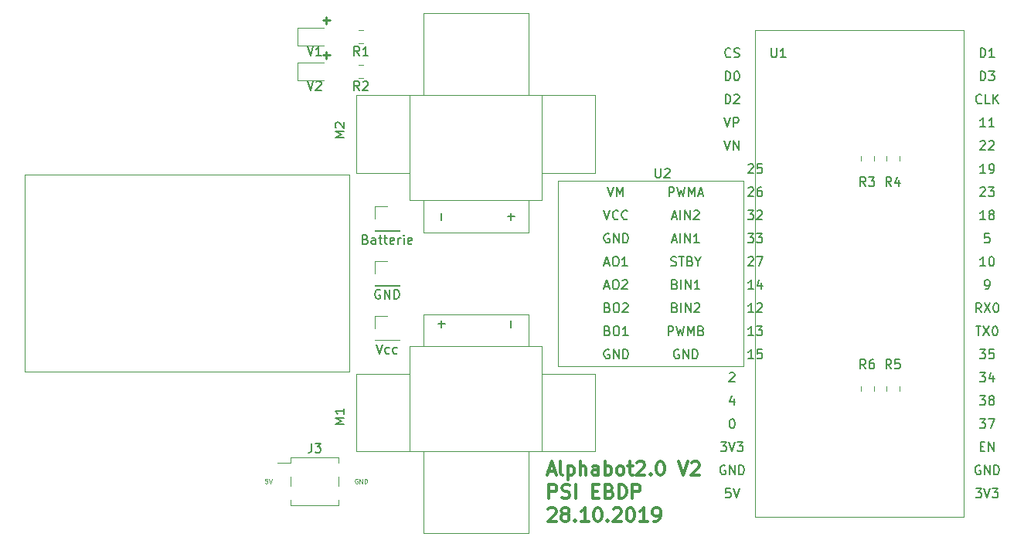
<source format=gbr>
G04 #@! TF.GenerationSoftware,KiCad,Pcbnew,(5.1.2)-2*
G04 #@! TF.CreationDate,2019-10-29T07:50:01+01:00*
G04 #@! TF.ProjectId,Alphabot2.0,416c7068-6162-46f7-9432-2e302e6b6963,1.0*
G04 #@! TF.SameCoordinates,Original*
G04 #@! TF.FileFunction,Legend,Top*
G04 #@! TF.FilePolarity,Positive*
%FSLAX46Y46*%
G04 Gerber Fmt 4.6, Leading zero omitted, Abs format (unit mm)*
G04 Created by KiCad (PCBNEW (5.1.2)-2) date 2019-10-29 07:50:01*
%MOMM*%
%LPD*%
G04 APERTURE LIST*
%ADD10C,0.300000*%
%ADD11C,0.125000*%
%ADD12C,0.150000*%
%ADD13C,0.250000*%
%ADD14C,0.120000*%
G04 APERTURE END LIST*
D10*
X124650714Y-125451428D02*
X124722142Y-125380000D01*
X124865000Y-125308571D01*
X125222142Y-125308571D01*
X125365000Y-125380000D01*
X125436428Y-125451428D01*
X125507857Y-125594285D01*
X125507857Y-125737142D01*
X125436428Y-125951428D01*
X124579285Y-126808571D01*
X125507857Y-126808571D01*
X126365000Y-125951428D02*
X126222142Y-125880000D01*
X126150714Y-125808571D01*
X126079285Y-125665714D01*
X126079285Y-125594285D01*
X126150714Y-125451428D01*
X126222142Y-125380000D01*
X126365000Y-125308571D01*
X126650714Y-125308571D01*
X126793571Y-125380000D01*
X126865000Y-125451428D01*
X126936428Y-125594285D01*
X126936428Y-125665714D01*
X126865000Y-125808571D01*
X126793571Y-125880000D01*
X126650714Y-125951428D01*
X126365000Y-125951428D01*
X126222142Y-126022857D01*
X126150714Y-126094285D01*
X126079285Y-126237142D01*
X126079285Y-126522857D01*
X126150714Y-126665714D01*
X126222142Y-126737142D01*
X126365000Y-126808571D01*
X126650714Y-126808571D01*
X126793571Y-126737142D01*
X126865000Y-126665714D01*
X126936428Y-126522857D01*
X126936428Y-126237142D01*
X126865000Y-126094285D01*
X126793571Y-126022857D01*
X126650714Y-125951428D01*
X127579285Y-126665714D02*
X127650714Y-126737142D01*
X127579285Y-126808571D01*
X127507857Y-126737142D01*
X127579285Y-126665714D01*
X127579285Y-126808571D01*
X129079285Y-126808571D02*
X128222142Y-126808571D01*
X128650714Y-126808571D02*
X128650714Y-125308571D01*
X128507857Y-125522857D01*
X128365000Y-125665714D01*
X128222142Y-125737142D01*
X130007857Y-125308571D02*
X130150714Y-125308571D01*
X130293571Y-125380000D01*
X130365000Y-125451428D01*
X130436428Y-125594285D01*
X130507857Y-125880000D01*
X130507857Y-126237142D01*
X130436428Y-126522857D01*
X130365000Y-126665714D01*
X130293571Y-126737142D01*
X130150714Y-126808571D01*
X130007857Y-126808571D01*
X129865000Y-126737142D01*
X129793571Y-126665714D01*
X129722142Y-126522857D01*
X129650714Y-126237142D01*
X129650714Y-125880000D01*
X129722142Y-125594285D01*
X129793571Y-125451428D01*
X129865000Y-125380000D01*
X130007857Y-125308571D01*
X131150714Y-126665714D02*
X131222142Y-126737142D01*
X131150714Y-126808571D01*
X131079285Y-126737142D01*
X131150714Y-126665714D01*
X131150714Y-126808571D01*
X131793571Y-125451428D02*
X131865000Y-125380000D01*
X132007857Y-125308571D01*
X132365000Y-125308571D01*
X132507857Y-125380000D01*
X132579285Y-125451428D01*
X132650714Y-125594285D01*
X132650714Y-125737142D01*
X132579285Y-125951428D01*
X131722142Y-126808571D01*
X132650714Y-126808571D01*
X133579285Y-125308571D02*
X133722142Y-125308571D01*
X133865000Y-125380000D01*
X133936428Y-125451428D01*
X134007857Y-125594285D01*
X134079285Y-125880000D01*
X134079285Y-126237142D01*
X134007857Y-126522857D01*
X133936428Y-126665714D01*
X133865000Y-126737142D01*
X133722142Y-126808571D01*
X133579285Y-126808571D01*
X133436428Y-126737142D01*
X133365000Y-126665714D01*
X133293571Y-126522857D01*
X133222142Y-126237142D01*
X133222142Y-125880000D01*
X133293571Y-125594285D01*
X133365000Y-125451428D01*
X133436428Y-125380000D01*
X133579285Y-125308571D01*
X135507857Y-126808571D02*
X134650714Y-126808571D01*
X135079285Y-126808571D02*
X135079285Y-125308571D01*
X134936428Y-125522857D01*
X134793571Y-125665714D01*
X134650714Y-125737142D01*
X136222142Y-126808571D02*
X136507857Y-126808571D01*
X136650714Y-126737142D01*
X136722142Y-126665714D01*
X136865000Y-126451428D01*
X136936428Y-126165714D01*
X136936428Y-125594285D01*
X136865000Y-125451428D01*
X136793571Y-125380000D01*
X136650714Y-125308571D01*
X136365000Y-125308571D01*
X136222142Y-125380000D01*
X136150714Y-125451428D01*
X136079285Y-125594285D01*
X136079285Y-125951428D01*
X136150714Y-126094285D01*
X136222142Y-126165714D01*
X136365000Y-126237142D01*
X136650714Y-126237142D01*
X136793571Y-126165714D01*
X136865000Y-126094285D01*
X136936428Y-125951428D01*
X124722142Y-124268571D02*
X124722142Y-122768571D01*
X125293571Y-122768571D01*
X125436428Y-122840000D01*
X125507857Y-122911428D01*
X125579285Y-123054285D01*
X125579285Y-123268571D01*
X125507857Y-123411428D01*
X125436428Y-123482857D01*
X125293571Y-123554285D01*
X124722142Y-123554285D01*
X126150714Y-124197142D02*
X126365000Y-124268571D01*
X126722142Y-124268571D01*
X126865000Y-124197142D01*
X126936428Y-124125714D01*
X127007857Y-123982857D01*
X127007857Y-123840000D01*
X126936428Y-123697142D01*
X126865000Y-123625714D01*
X126722142Y-123554285D01*
X126436428Y-123482857D01*
X126293571Y-123411428D01*
X126222142Y-123340000D01*
X126150714Y-123197142D01*
X126150714Y-123054285D01*
X126222142Y-122911428D01*
X126293571Y-122840000D01*
X126436428Y-122768571D01*
X126793571Y-122768571D01*
X127007857Y-122840000D01*
X127650714Y-124268571D02*
X127650714Y-122768571D01*
X129507857Y-123482857D02*
X130007857Y-123482857D01*
X130222142Y-124268571D02*
X129507857Y-124268571D01*
X129507857Y-122768571D01*
X130222142Y-122768571D01*
X131365000Y-123482857D02*
X131579285Y-123554285D01*
X131650714Y-123625714D01*
X131722142Y-123768571D01*
X131722142Y-123982857D01*
X131650714Y-124125714D01*
X131579285Y-124197142D01*
X131436428Y-124268571D01*
X130865000Y-124268571D01*
X130865000Y-122768571D01*
X131365000Y-122768571D01*
X131507857Y-122840000D01*
X131579285Y-122911428D01*
X131650714Y-123054285D01*
X131650714Y-123197142D01*
X131579285Y-123340000D01*
X131507857Y-123411428D01*
X131365000Y-123482857D01*
X130865000Y-123482857D01*
X132365000Y-124268571D02*
X132365000Y-122768571D01*
X132722142Y-122768571D01*
X132936428Y-122840000D01*
X133079285Y-122982857D01*
X133150714Y-123125714D01*
X133222142Y-123411428D01*
X133222142Y-123625714D01*
X133150714Y-123911428D01*
X133079285Y-124054285D01*
X132936428Y-124197142D01*
X132722142Y-124268571D01*
X132365000Y-124268571D01*
X133865000Y-124268571D02*
X133865000Y-122768571D01*
X134436428Y-122768571D01*
X134579285Y-122840000D01*
X134650714Y-122911428D01*
X134722142Y-123054285D01*
X134722142Y-123268571D01*
X134650714Y-123411428D01*
X134579285Y-123482857D01*
X134436428Y-123554285D01*
X133865000Y-123554285D01*
X124650714Y-121300000D02*
X125365000Y-121300000D01*
X124507857Y-121728571D02*
X125007857Y-120228571D01*
X125507857Y-121728571D01*
X126222142Y-121728571D02*
X126079285Y-121657142D01*
X126007857Y-121514285D01*
X126007857Y-120228571D01*
X126793571Y-120728571D02*
X126793571Y-122228571D01*
X126793571Y-120800000D02*
X126936428Y-120728571D01*
X127222142Y-120728571D01*
X127365000Y-120800000D01*
X127436428Y-120871428D01*
X127507857Y-121014285D01*
X127507857Y-121442857D01*
X127436428Y-121585714D01*
X127365000Y-121657142D01*
X127222142Y-121728571D01*
X126936428Y-121728571D01*
X126793571Y-121657142D01*
X128150714Y-121728571D02*
X128150714Y-120228571D01*
X128793571Y-121728571D02*
X128793571Y-120942857D01*
X128722142Y-120800000D01*
X128579285Y-120728571D01*
X128365000Y-120728571D01*
X128222142Y-120800000D01*
X128150714Y-120871428D01*
X130150714Y-121728571D02*
X130150714Y-120942857D01*
X130079285Y-120800000D01*
X129936428Y-120728571D01*
X129650714Y-120728571D01*
X129507857Y-120800000D01*
X130150714Y-121657142D02*
X130007857Y-121728571D01*
X129650714Y-121728571D01*
X129507857Y-121657142D01*
X129436428Y-121514285D01*
X129436428Y-121371428D01*
X129507857Y-121228571D01*
X129650714Y-121157142D01*
X130007857Y-121157142D01*
X130150714Y-121085714D01*
X130865000Y-121728571D02*
X130865000Y-120228571D01*
X130865000Y-120800000D02*
X131007857Y-120728571D01*
X131293571Y-120728571D01*
X131436428Y-120800000D01*
X131507857Y-120871428D01*
X131579285Y-121014285D01*
X131579285Y-121442857D01*
X131507857Y-121585714D01*
X131436428Y-121657142D01*
X131293571Y-121728571D01*
X131007857Y-121728571D01*
X130865000Y-121657142D01*
X132436428Y-121728571D02*
X132293571Y-121657142D01*
X132222142Y-121585714D01*
X132150714Y-121442857D01*
X132150714Y-121014285D01*
X132222142Y-120871428D01*
X132293571Y-120800000D01*
X132436428Y-120728571D01*
X132650714Y-120728571D01*
X132793571Y-120800000D01*
X132865000Y-120871428D01*
X132936428Y-121014285D01*
X132936428Y-121442857D01*
X132865000Y-121585714D01*
X132793571Y-121657142D01*
X132650714Y-121728571D01*
X132436428Y-121728571D01*
X133365000Y-120728571D02*
X133936428Y-120728571D01*
X133579285Y-120228571D02*
X133579285Y-121514285D01*
X133650714Y-121657142D01*
X133793571Y-121728571D01*
X133936428Y-121728571D01*
X134365000Y-120371428D02*
X134436428Y-120300000D01*
X134579285Y-120228571D01*
X134936428Y-120228571D01*
X135079285Y-120300000D01*
X135150714Y-120371428D01*
X135222142Y-120514285D01*
X135222142Y-120657142D01*
X135150714Y-120871428D01*
X134293571Y-121728571D01*
X135222142Y-121728571D01*
X135865000Y-121585714D02*
X135936428Y-121657142D01*
X135865000Y-121728571D01*
X135793571Y-121657142D01*
X135865000Y-121585714D01*
X135865000Y-121728571D01*
X136865000Y-120228571D02*
X137007857Y-120228571D01*
X137150714Y-120300000D01*
X137222142Y-120371428D01*
X137293571Y-120514285D01*
X137365000Y-120800000D01*
X137365000Y-121157142D01*
X137293571Y-121442857D01*
X137222142Y-121585714D01*
X137150714Y-121657142D01*
X137007857Y-121728571D01*
X136865000Y-121728571D01*
X136722142Y-121657142D01*
X136650714Y-121585714D01*
X136579285Y-121442857D01*
X136507857Y-121157142D01*
X136507857Y-120800000D01*
X136579285Y-120514285D01*
X136650714Y-120371428D01*
X136722142Y-120300000D01*
X136865000Y-120228571D01*
X138936428Y-120228571D02*
X139436428Y-121728571D01*
X139936428Y-120228571D01*
X140365000Y-120371428D02*
X140436428Y-120300000D01*
X140579285Y-120228571D01*
X140936428Y-120228571D01*
X141079285Y-120300000D01*
X141150714Y-120371428D01*
X141222142Y-120514285D01*
X141222142Y-120657142D01*
X141150714Y-120871428D01*
X140293571Y-121728571D01*
X141222142Y-121728571D01*
D11*
X103759047Y-122155000D02*
X103711428Y-122131190D01*
X103640000Y-122131190D01*
X103568571Y-122155000D01*
X103520952Y-122202619D01*
X103497142Y-122250238D01*
X103473333Y-122345476D01*
X103473333Y-122416904D01*
X103497142Y-122512142D01*
X103520952Y-122559761D01*
X103568571Y-122607380D01*
X103640000Y-122631190D01*
X103687619Y-122631190D01*
X103759047Y-122607380D01*
X103782857Y-122583571D01*
X103782857Y-122416904D01*
X103687619Y-122416904D01*
X103997142Y-122631190D02*
X103997142Y-122131190D01*
X104282857Y-122631190D01*
X104282857Y-122131190D01*
X104520952Y-122631190D02*
X104520952Y-122131190D01*
X104640000Y-122131190D01*
X104711428Y-122155000D01*
X104759047Y-122202619D01*
X104782857Y-122250238D01*
X104806666Y-122345476D01*
X104806666Y-122416904D01*
X104782857Y-122512142D01*
X104759047Y-122559761D01*
X104711428Y-122607380D01*
X104640000Y-122631190D01*
X104520952Y-122631190D01*
X93884761Y-122131190D02*
X93646666Y-122131190D01*
X93622857Y-122369285D01*
X93646666Y-122345476D01*
X93694285Y-122321666D01*
X93813333Y-122321666D01*
X93860952Y-122345476D01*
X93884761Y-122369285D01*
X93908571Y-122416904D01*
X93908571Y-122535952D01*
X93884761Y-122583571D01*
X93860952Y-122607380D01*
X93813333Y-122631190D01*
X93694285Y-122631190D01*
X93646666Y-122607380D01*
X93622857Y-122583571D01*
X94051428Y-122131190D02*
X94218095Y-122631190D01*
X94384761Y-122131190D01*
D12*
X138948095Y-108010000D02*
X138852857Y-107962380D01*
X138710000Y-107962380D01*
X138567142Y-108010000D01*
X138471904Y-108105238D01*
X138424285Y-108200476D01*
X138376666Y-108390952D01*
X138376666Y-108533809D01*
X138424285Y-108724285D01*
X138471904Y-108819523D01*
X138567142Y-108914761D01*
X138710000Y-108962380D01*
X138805238Y-108962380D01*
X138948095Y-108914761D01*
X138995714Y-108867142D01*
X138995714Y-108533809D01*
X138805238Y-108533809D01*
X139424285Y-108962380D02*
X139424285Y-107962380D01*
X139995714Y-108962380D01*
X139995714Y-107962380D01*
X140471904Y-108962380D02*
X140471904Y-107962380D01*
X140710000Y-107962380D01*
X140852857Y-108010000D01*
X140948095Y-108105238D01*
X140995714Y-108200476D01*
X141043333Y-108390952D01*
X141043333Y-108533809D01*
X140995714Y-108724285D01*
X140948095Y-108819523D01*
X140852857Y-108914761D01*
X140710000Y-108962380D01*
X140471904Y-108962380D01*
D13*
X99959047Y-75701428D02*
X100720952Y-75701428D01*
X100340000Y-76082380D02*
X100340000Y-75320476D01*
X99959047Y-71891428D02*
X100720952Y-71891428D01*
X100340000Y-72272380D02*
X100340000Y-71510476D01*
D14*
X147330000Y-126290000D02*
X147330000Y-72950000D01*
X170190000Y-126290000D02*
X147330000Y-126290000D01*
X170190000Y-72950000D02*
X170190000Y-126290000D01*
X147330000Y-72950000D02*
X170190000Y-72950000D01*
X101660000Y-121895000D02*
X101660000Y-122915000D01*
X96460000Y-121895000D02*
X96460000Y-122915000D01*
X101660000Y-124435000D02*
X101660000Y-125005000D01*
X96460000Y-124435000D02*
X96460000Y-125005000D01*
X101660000Y-119805000D02*
X101660000Y-120375000D01*
X96460000Y-119805000D02*
X96460000Y-120375000D01*
X95020000Y-120375000D02*
X96460000Y-120375000D01*
X96460000Y-125005000D02*
X101660000Y-125005000D01*
X96460000Y-119805000D02*
X101660000Y-119805000D01*
X67320000Y-110415000D02*
X67320000Y-88825000D01*
X67320000Y-110415000D02*
X102880000Y-110415000D01*
X102880000Y-88825000D02*
X102880000Y-110415000D01*
X67320000Y-88825000D02*
X102880000Y-88825000D01*
X125730000Y-109780000D02*
X125730000Y-89460000D01*
X146050000Y-109780000D02*
X125730000Y-109780000D01*
X146050000Y-89460000D02*
X146050000Y-109780000D01*
X125730000Y-89460000D02*
X146050000Y-89460000D01*
X103660000Y-110620000D02*
X109460000Y-110620000D01*
X103660000Y-119120000D02*
X103660000Y-110620000D01*
X103660000Y-119120000D02*
X109460000Y-119120000D01*
X129760000Y-110620000D02*
X123960000Y-110620000D01*
X129760000Y-119120000D02*
X129760000Y-110620000D01*
X123960000Y-119120000D02*
X129760000Y-119120000D01*
X110960000Y-128120000D02*
X110960000Y-119120000D01*
X122460000Y-128120000D02*
X110960000Y-128120000D01*
X122460000Y-119120000D02*
X122460000Y-128120000D01*
X109460000Y-107620000D02*
X110460000Y-107620000D01*
X109460000Y-119120000D02*
X109460000Y-107620000D01*
X123960000Y-119120000D02*
X109460000Y-119120000D01*
X123960000Y-107620000D02*
X123960000Y-119120000D01*
X122460000Y-107620000D02*
X123960000Y-107620000D01*
X122460000Y-104120000D02*
X110960000Y-104120000D01*
X110960000Y-104120000D02*
X110960000Y-107620000D01*
X122460000Y-107620000D02*
X110460000Y-107620000D01*
X122460000Y-104120000D02*
X122460000Y-107620000D01*
X129760000Y-88620000D02*
X123960000Y-88620000D01*
X129760000Y-80120000D02*
X129760000Y-88620000D01*
X129760000Y-80120000D02*
X123960000Y-80120000D01*
X103660000Y-88620000D02*
X109460000Y-88620000D01*
X103660000Y-80120000D02*
X103660000Y-88620000D01*
X109460000Y-80120000D02*
X103660000Y-80120000D01*
X122460000Y-71120000D02*
X122460000Y-80120000D01*
X110960000Y-71120000D02*
X122460000Y-71120000D01*
X110960000Y-80120000D02*
X110960000Y-71120000D01*
X123960000Y-91620000D02*
X122960000Y-91620000D01*
X123960000Y-80120000D02*
X123960000Y-91620000D01*
X109460000Y-80120000D02*
X123960000Y-80120000D01*
X109460000Y-91620000D02*
X109460000Y-80120000D01*
X110960000Y-91620000D02*
X109460000Y-91620000D01*
X110960000Y-95120000D02*
X122460000Y-95120000D01*
X122460000Y-95120000D02*
X122460000Y-91620000D01*
X110960000Y-91620000D02*
X122960000Y-91620000D01*
X110960000Y-95120000D02*
X110960000Y-91620000D01*
X105670000Y-92290000D02*
X107000000Y-92290000D01*
X105670000Y-93620000D02*
X105670000Y-92290000D01*
X105670000Y-94890000D02*
X108330000Y-94890000D01*
X108330000Y-94890000D02*
X108330000Y-94950000D01*
X105670000Y-94890000D02*
X105670000Y-94950000D01*
X105670000Y-94950000D02*
X108330000Y-94950000D01*
X105670000Y-106950000D02*
X108330000Y-106950000D01*
X105670000Y-106890000D02*
X105670000Y-106950000D01*
X108330000Y-106890000D02*
X108330000Y-106950000D01*
X105670000Y-106890000D02*
X108330000Y-106890000D01*
X105670000Y-105620000D02*
X105670000Y-104290000D01*
X105670000Y-104290000D02*
X107000000Y-104290000D01*
X105670000Y-98290000D02*
X107000000Y-98290000D01*
X105670000Y-99620000D02*
X105670000Y-98290000D01*
X105670000Y-100890000D02*
X108330000Y-100890000D01*
X108330000Y-100890000D02*
X108330000Y-100950000D01*
X105670000Y-100890000D02*
X105670000Y-100950000D01*
X105670000Y-100950000D02*
X108330000Y-100950000D01*
X104401252Y-74370000D02*
X103878748Y-74370000D01*
X104401252Y-72950000D02*
X103878748Y-72950000D01*
X104401252Y-76760000D02*
X103878748Y-76760000D01*
X104401252Y-78180000D02*
X103878748Y-78180000D01*
X100060000Y-72700000D02*
X97200000Y-72700000D01*
X97200000Y-72700000D02*
X97200000Y-74620000D01*
X97200000Y-74620000D02*
X100060000Y-74620000D01*
X97200000Y-78430000D02*
X100060000Y-78430000D01*
X97200000Y-76510000D02*
X97200000Y-78430000D01*
X100060000Y-76510000D02*
X97200000Y-76510000D01*
X158890000Y-86738748D02*
X158890000Y-87261252D01*
X160310000Y-86738748D02*
X160310000Y-87261252D01*
X163110000Y-86738748D02*
X163110000Y-87261252D01*
X161690000Y-86738748D02*
X161690000Y-87261252D01*
X163110000Y-112501252D02*
X163110000Y-111978748D01*
X161690000Y-112501252D02*
X161690000Y-111978748D01*
X158890000Y-112501252D02*
X158890000Y-111978748D01*
X160310000Y-112501252D02*
X160310000Y-111978748D01*
D12*
X149108095Y-74942380D02*
X149108095Y-75751904D01*
X149155714Y-75847142D01*
X149203333Y-75894761D01*
X149298571Y-75942380D01*
X149489047Y-75942380D01*
X149584285Y-75894761D01*
X149631904Y-75847142D01*
X149679523Y-75751904D01*
X149679523Y-74942380D01*
X150679523Y-75942380D02*
X150108095Y-75942380D01*
X150393809Y-75942380D02*
X150393809Y-74942380D01*
X150298571Y-75085238D01*
X150203333Y-75180476D01*
X150108095Y-75228095D01*
X143551904Y-118122380D02*
X144170952Y-118122380D01*
X143837619Y-118503333D01*
X143980476Y-118503333D01*
X144075714Y-118550952D01*
X144123333Y-118598571D01*
X144170952Y-118693809D01*
X144170952Y-118931904D01*
X144123333Y-119027142D01*
X144075714Y-119074761D01*
X143980476Y-119122380D01*
X143694761Y-119122380D01*
X143599523Y-119074761D01*
X143551904Y-119027142D01*
X144456666Y-118122380D02*
X144790000Y-119122380D01*
X145123333Y-118122380D01*
X145361428Y-118122380D02*
X145980476Y-118122380D01*
X145647142Y-118503333D01*
X145790000Y-118503333D01*
X145885238Y-118550952D01*
X145932857Y-118598571D01*
X145980476Y-118693809D01*
X145980476Y-118931904D01*
X145932857Y-119027142D01*
X145885238Y-119074761D01*
X145790000Y-119122380D01*
X145504285Y-119122380D01*
X145409047Y-119074761D01*
X145361428Y-119027142D01*
X144028095Y-120710000D02*
X143932857Y-120662380D01*
X143790000Y-120662380D01*
X143647142Y-120710000D01*
X143551904Y-120805238D01*
X143504285Y-120900476D01*
X143456666Y-121090952D01*
X143456666Y-121233809D01*
X143504285Y-121424285D01*
X143551904Y-121519523D01*
X143647142Y-121614761D01*
X143790000Y-121662380D01*
X143885238Y-121662380D01*
X144028095Y-121614761D01*
X144075714Y-121567142D01*
X144075714Y-121233809D01*
X143885238Y-121233809D01*
X144504285Y-121662380D02*
X144504285Y-120662380D01*
X145075714Y-121662380D01*
X145075714Y-120662380D01*
X145551904Y-121662380D02*
X145551904Y-120662380D01*
X145790000Y-120662380D01*
X145932857Y-120710000D01*
X146028095Y-120805238D01*
X146075714Y-120900476D01*
X146123333Y-121090952D01*
X146123333Y-121233809D01*
X146075714Y-121424285D01*
X146028095Y-121519523D01*
X145932857Y-121614761D01*
X145790000Y-121662380D01*
X145551904Y-121662380D01*
X171991904Y-118598571D02*
X172325238Y-118598571D01*
X172468095Y-119122380D02*
X171991904Y-119122380D01*
X171991904Y-118122380D01*
X172468095Y-118122380D01*
X172896666Y-119122380D02*
X172896666Y-118122380D01*
X173468095Y-119122380D01*
X173468095Y-118122380D01*
X171920476Y-115582380D02*
X172539523Y-115582380D01*
X172206190Y-115963333D01*
X172349047Y-115963333D01*
X172444285Y-116010952D01*
X172491904Y-116058571D01*
X172539523Y-116153809D01*
X172539523Y-116391904D01*
X172491904Y-116487142D01*
X172444285Y-116534761D01*
X172349047Y-116582380D01*
X172063333Y-116582380D01*
X171968095Y-116534761D01*
X171920476Y-116487142D01*
X172872857Y-115582380D02*
X173539523Y-115582380D01*
X173110952Y-116582380D01*
X171920476Y-113042380D02*
X172539523Y-113042380D01*
X172206190Y-113423333D01*
X172349047Y-113423333D01*
X172444285Y-113470952D01*
X172491904Y-113518571D01*
X172539523Y-113613809D01*
X172539523Y-113851904D01*
X172491904Y-113947142D01*
X172444285Y-113994761D01*
X172349047Y-114042380D01*
X172063333Y-114042380D01*
X171968095Y-113994761D01*
X171920476Y-113947142D01*
X173110952Y-113470952D02*
X173015714Y-113423333D01*
X172968095Y-113375714D01*
X172920476Y-113280476D01*
X172920476Y-113232857D01*
X172968095Y-113137619D01*
X173015714Y-113090000D01*
X173110952Y-113042380D01*
X173301428Y-113042380D01*
X173396666Y-113090000D01*
X173444285Y-113137619D01*
X173491904Y-113232857D01*
X173491904Y-113280476D01*
X173444285Y-113375714D01*
X173396666Y-113423333D01*
X173301428Y-113470952D01*
X173110952Y-113470952D01*
X173015714Y-113518571D01*
X172968095Y-113566190D01*
X172920476Y-113661428D01*
X172920476Y-113851904D01*
X172968095Y-113947142D01*
X173015714Y-113994761D01*
X173110952Y-114042380D01*
X173301428Y-114042380D01*
X173396666Y-113994761D01*
X173444285Y-113947142D01*
X173491904Y-113851904D01*
X173491904Y-113661428D01*
X173444285Y-113566190D01*
X173396666Y-113518571D01*
X173301428Y-113470952D01*
X171920476Y-110502380D02*
X172539523Y-110502380D01*
X172206190Y-110883333D01*
X172349047Y-110883333D01*
X172444285Y-110930952D01*
X172491904Y-110978571D01*
X172539523Y-111073809D01*
X172539523Y-111311904D01*
X172491904Y-111407142D01*
X172444285Y-111454761D01*
X172349047Y-111502380D01*
X172063333Y-111502380D01*
X171968095Y-111454761D01*
X171920476Y-111407142D01*
X173396666Y-110835714D02*
X173396666Y-111502380D01*
X173158571Y-110454761D02*
X172920476Y-111169047D01*
X173539523Y-111169047D01*
X171920476Y-107962380D02*
X172539523Y-107962380D01*
X172206190Y-108343333D01*
X172349047Y-108343333D01*
X172444285Y-108390952D01*
X172491904Y-108438571D01*
X172539523Y-108533809D01*
X172539523Y-108771904D01*
X172491904Y-108867142D01*
X172444285Y-108914761D01*
X172349047Y-108962380D01*
X172063333Y-108962380D01*
X171968095Y-108914761D01*
X171920476Y-108867142D01*
X173444285Y-107962380D02*
X172968095Y-107962380D01*
X172920476Y-108438571D01*
X172968095Y-108390952D01*
X173063333Y-108343333D01*
X173301428Y-108343333D01*
X173396666Y-108390952D01*
X173444285Y-108438571D01*
X173491904Y-108533809D01*
X173491904Y-108771904D01*
X173444285Y-108867142D01*
X173396666Y-108914761D01*
X173301428Y-108962380D01*
X173063333Y-108962380D01*
X172968095Y-108914761D01*
X172920476Y-108867142D01*
X171491904Y-105422380D02*
X172063333Y-105422380D01*
X171777619Y-106422380D02*
X171777619Y-105422380D01*
X172301428Y-105422380D02*
X172968095Y-106422380D01*
X172968095Y-105422380D02*
X172301428Y-106422380D01*
X173539523Y-105422380D02*
X173634761Y-105422380D01*
X173730000Y-105470000D01*
X173777619Y-105517619D01*
X173825238Y-105612857D01*
X173872857Y-105803333D01*
X173872857Y-106041428D01*
X173825238Y-106231904D01*
X173777619Y-106327142D01*
X173730000Y-106374761D01*
X173634761Y-106422380D01*
X173539523Y-106422380D01*
X173444285Y-106374761D01*
X173396666Y-106327142D01*
X173349047Y-106231904D01*
X173301428Y-106041428D01*
X173301428Y-105803333D01*
X173349047Y-105612857D01*
X173396666Y-105517619D01*
X173444285Y-105470000D01*
X173539523Y-105422380D01*
X172087142Y-103882380D02*
X171753809Y-103406190D01*
X171515714Y-103882380D02*
X171515714Y-102882380D01*
X171896666Y-102882380D01*
X171991904Y-102930000D01*
X172039523Y-102977619D01*
X172087142Y-103072857D01*
X172087142Y-103215714D01*
X172039523Y-103310952D01*
X171991904Y-103358571D01*
X171896666Y-103406190D01*
X171515714Y-103406190D01*
X172420476Y-102882380D02*
X173087142Y-103882380D01*
X173087142Y-102882380D02*
X172420476Y-103882380D01*
X173658571Y-102882380D02*
X173753809Y-102882380D01*
X173849047Y-102930000D01*
X173896666Y-102977619D01*
X173944285Y-103072857D01*
X173991904Y-103263333D01*
X173991904Y-103501428D01*
X173944285Y-103691904D01*
X173896666Y-103787142D01*
X173849047Y-103834761D01*
X173753809Y-103882380D01*
X173658571Y-103882380D01*
X173563333Y-103834761D01*
X173515714Y-103787142D01*
X173468095Y-103691904D01*
X173420476Y-103501428D01*
X173420476Y-103263333D01*
X173468095Y-103072857D01*
X173515714Y-102977619D01*
X173563333Y-102930000D01*
X173658571Y-102882380D01*
X172539523Y-101342380D02*
X172730000Y-101342380D01*
X172825238Y-101294761D01*
X172872857Y-101247142D01*
X172968095Y-101104285D01*
X173015714Y-100913809D01*
X173015714Y-100532857D01*
X172968095Y-100437619D01*
X172920476Y-100390000D01*
X172825238Y-100342380D01*
X172634761Y-100342380D01*
X172539523Y-100390000D01*
X172491904Y-100437619D01*
X172444285Y-100532857D01*
X172444285Y-100770952D01*
X172491904Y-100866190D01*
X172539523Y-100913809D01*
X172634761Y-100961428D01*
X172825238Y-100961428D01*
X172920476Y-100913809D01*
X172968095Y-100866190D01*
X173015714Y-100770952D01*
X172539523Y-98802380D02*
X171968095Y-98802380D01*
X172253809Y-98802380D02*
X172253809Y-97802380D01*
X172158571Y-97945238D01*
X172063333Y-98040476D01*
X171968095Y-98088095D01*
X173158571Y-97802380D02*
X173253809Y-97802380D01*
X173349047Y-97850000D01*
X173396666Y-97897619D01*
X173444285Y-97992857D01*
X173491904Y-98183333D01*
X173491904Y-98421428D01*
X173444285Y-98611904D01*
X173396666Y-98707142D01*
X173349047Y-98754761D01*
X173253809Y-98802380D01*
X173158571Y-98802380D01*
X173063333Y-98754761D01*
X173015714Y-98707142D01*
X172968095Y-98611904D01*
X172920476Y-98421428D01*
X172920476Y-98183333D01*
X172968095Y-97992857D01*
X173015714Y-97897619D01*
X173063333Y-97850000D01*
X173158571Y-97802380D01*
X172968095Y-95262380D02*
X172491904Y-95262380D01*
X172444285Y-95738571D01*
X172491904Y-95690952D01*
X172587142Y-95643333D01*
X172825238Y-95643333D01*
X172920476Y-95690952D01*
X172968095Y-95738571D01*
X173015714Y-95833809D01*
X173015714Y-96071904D01*
X172968095Y-96167142D01*
X172920476Y-96214761D01*
X172825238Y-96262380D01*
X172587142Y-96262380D01*
X172491904Y-96214761D01*
X172444285Y-96167142D01*
X172539523Y-93722380D02*
X171968095Y-93722380D01*
X172253809Y-93722380D02*
X172253809Y-92722380D01*
X172158571Y-92865238D01*
X172063333Y-92960476D01*
X171968095Y-93008095D01*
X173110952Y-93150952D02*
X173015714Y-93103333D01*
X172968095Y-93055714D01*
X172920476Y-92960476D01*
X172920476Y-92912857D01*
X172968095Y-92817619D01*
X173015714Y-92770000D01*
X173110952Y-92722380D01*
X173301428Y-92722380D01*
X173396666Y-92770000D01*
X173444285Y-92817619D01*
X173491904Y-92912857D01*
X173491904Y-92960476D01*
X173444285Y-93055714D01*
X173396666Y-93103333D01*
X173301428Y-93150952D01*
X173110952Y-93150952D01*
X173015714Y-93198571D01*
X172968095Y-93246190D01*
X172920476Y-93341428D01*
X172920476Y-93531904D01*
X172968095Y-93627142D01*
X173015714Y-93674761D01*
X173110952Y-93722380D01*
X173301428Y-93722380D01*
X173396666Y-93674761D01*
X173444285Y-93627142D01*
X173491904Y-93531904D01*
X173491904Y-93341428D01*
X173444285Y-93246190D01*
X173396666Y-93198571D01*
X173301428Y-93150952D01*
X171968095Y-90277619D02*
X172015714Y-90230000D01*
X172110952Y-90182380D01*
X172349047Y-90182380D01*
X172444285Y-90230000D01*
X172491904Y-90277619D01*
X172539523Y-90372857D01*
X172539523Y-90468095D01*
X172491904Y-90610952D01*
X171920476Y-91182380D01*
X172539523Y-91182380D01*
X172872857Y-90182380D02*
X173491904Y-90182380D01*
X173158571Y-90563333D01*
X173301428Y-90563333D01*
X173396666Y-90610952D01*
X173444285Y-90658571D01*
X173491904Y-90753809D01*
X173491904Y-90991904D01*
X173444285Y-91087142D01*
X173396666Y-91134761D01*
X173301428Y-91182380D01*
X173015714Y-91182380D01*
X172920476Y-91134761D01*
X172872857Y-91087142D01*
X172539523Y-88642380D02*
X171968095Y-88642380D01*
X172253809Y-88642380D02*
X172253809Y-87642380D01*
X172158571Y-87785238D01*
X172063333Y-87880476D01*
X171968095Y-87928095D01*
X173015714Y-88642380D02*
X173206190Y-88642380D01*
X173301428Y-88594761D01*
X173349047Y-88547142D01*
X173444285Y-88404285D01*
X173491904Y-88213809D01*
X173491904Y-87832857D01*
X173444285Y-87737619D01*
X173396666Y-87690000D01*
X173301428Y-87642380D01*
X173110952Y-87642380D01*
X173015714Y-87690000D01*
X172968095Y-87737619D01*
X172920476Y-87832857D01*
X172920476Y-88070952D01*
X172968095Y-88166190D01*
X173015714Y-88213809D01*
X173110952Y-88261428D01*
X173301428Y-88261428D01*
X173396666Y-88213809D01*
X173444285Y-88166190D01*
X173491904Y-88070952D01*
X171968095Y-85197619D02*
X172015714Y-85150000D01*
X172110952Y-85102380D01*
X172349047Y-85102380D01*
X172444285Y-85150000D01*
X172491904Y-85197619D01*
X172539523Y-85292857D01*
X172539523Y-85388095D01*
X172491904Y-85530952D01*
X171920476Y-86102380D01*
X172539523Y-86102380D01*
X172920476Y-85197619D02*
X172968095Y-85150000D01*
X173063333Y-85102380D01*
X173301428Y-85102380D01*
X173396666Y-85150000D01*
X173444285Y-85197619D01*
X173491904Y-85292857D01*
X173491904Y-85388095D01*
X173444285Y-85530952D01*
X172872857Y-86102380D01*
X173491904Y-86102380D01*
X172539523Y-83562380D02*
X171968095Y-83562380D01*
X172253809Y-83562380D02*
X172253809Y-82562380D01*
X172158571Y-82705238D01*
X172063333Y-82800476D01*
X171968095Y-82848095D01*
X173491904Y-83562380D02*
X172920476Y-83562380D01*
X173206190Y-83562380D02*
X173206190Y-82562380D01*
X173110952Y-82705238D01*
X173015714Y-82800476D01*
X172920476Y-82848095D01*
X172134761Y-80927142D02*
X172087142Y-80974761D01*
X171944285Y-81022380D01*
X171849047Y-81022380D01*
X171706190Y-80974761D01*
X171610952Y-80879523D01*
X171563333Y-80784285D01*
X171515714Y-80593809D01*
X171515714Y-80450952D01*
X171563333Y-80260476D01*
X171610952Y-80165238D01*
X171706190Y-80070000D01*
X171849047Y-80022380D01*
X171944285Y-80022380D01*
X172087142Y-80070000D01*
X172134761Y-80117619D01*
X173039523Y-81022380D02*
X172563333Y-81022380D01*
X172563333Y-80022380D01*
X173372857Y-81022380D02*
X173372857Y-80022380D01*
X173944285Y-81022380D02*
X173515714Y-80450952D01*
X173944285Y-80022380D02*
X173372857Y-80593809D01*
X171991904Y-78482380D02*
X171991904Y-77482380D01*
X172230000Y-77482380D01*
X172372857Y-77530000D01*
X172468095Y-77625238D01*
X172515714Y-77720476D01*
X172563333Y-77910952D01*
X172563333Y-78053809D01*
X172515714Y-78244285D01*
X172468095Y-78339523D01*
X172372857Y-78434761D01*
X172230000Y-78482380D01*
X171991904Y-78482380D01*
X172896666Y-77482380D02*
X173515714Y-77482380D01*
X173182380Y-77863333D01*
X173325238Y-77863333D01*
X173420476Y-77910952D01*
X173468095Y-77958571D01*
X173515714Y-78053809D01*
X173515714Y-78291904D01*
X173468095Y-78387142D01*
X173420476Y-78434761D01*
X173325238Y-78482380D01*
X173039523Y-78482380D01*
X172944285Y-78434761D01*
X172896666Y-78387142D01*
X171991904Y-75942380D02*
X171991904Y-74942380D01*
X172230000Y-74942380D01*
X172372857Y-74990000D01*
X172468095Y-75085238D01*
X172515714Y-75180476D01*
X172563333Y-75370952D01*
X172563333Y-75513809D01*
X172515714Y-75704285D01*
X172468095Y-75799523D01*
X172372857Y-75894761D01*
X172230000Y-75942380D01*
X171991904Y-75942380D01*
X173515714Y-75942380D02*
X172944285Y-75942380D01*
X173230000Y-75942380D02*
X173230000Y-74942380D01*
X173134761Y-75085238D01*
X173039523Y-75180476D01*
X172944285Y-75228095D01*
X144599523Y-123202380D02*
X144123333Y-123202380D01*
X144075714Y-123678571D01*
X144123333Y-123630952D01*
X144218571Y-123583333D01*
X144456666Y-123583333D01*
X144551904Y-123630952D01*
X144599523Y-123678571D01*
X144647142Y-123773809D01*
X144647142Y-124011904D01*
X144599523Y-124107142D01*
X144551904Y-124154761D01*
X144456666Y-124202380D01*
X144218571Y-124202380D01*
X144123333Y-124154761D01*
X144075714Y-124107142D01*
X144932857Y-123202380D02*
X145266190Y-124202380D01*
X145599523Y-123202380D01*
X144028095Y-120710000D02*
X143932857Y-120662380D01*
X143790000Y-120662380D01*
X143647142Y-120710000D01*
X143551904Y-120805238D01*
X143504285Y-120900476D01*
X143456666Y-121090952D01*
X143456666Y-121233809D01*
X143504285Y-121424285D01*
X143551904Y-121519523D01*
X143647142Y-121614761D01*
X143790000Y-121662380D01*
X143885238Y-121662380D01*
X144028095Y-121614761D01*
X144075714Y-121567142D01*
X144075714Y-121233809D01*
X143885238Y-121233809D01*
X144504285Y-121662380D02*
X144504285Y-120662380D01*
X145075714Y-121662380D01*
X145075714Y-120662380D01*
X145551904Y-121662380D02*
X145551904Y-120662380D01*
X145790000Y-120662380D01*
X145932857Y-120710000D01*
X146028095Y-120805238D01*
X146075714Y-120900476D01*
X146123333Y-121090952D01*
X146123333Y-121233809D01*
X146075714Y-121424285D01*
X146028095Y-121519523D01*
X145932857Y-121614761D01*
X145790000Y-121662380D01*
X145551904Y-121662380D01*
X143551904Y-118122380D02*
X144170952Y-118122380D01*
X143837619Y-118503333D01*
X143980476Y-118503333D01*
X144075714Y-118550952D01*
X144123333Y-118598571D01*
X144170952Y-118693809D01*
X144170952Y-118931904D01*
X144123333Y-119027142D01*
X144075714Y-119074761D01*
X143980476Y-119122380D01*
X143694761Y-119122380D01*
X143599523Y-119074761D01*
X143551904Y-119027142D01*
X144456666Y-118122380D02*
X144790000Y-119122380D01*
X145123333Y-118122380D01*
X145361428Y-118122380D02*
X145980476Y-118122380D01*
X145647142Y-118503333D01*
X145790000Y-118503333D01*
X145885238Y-118550952D01*
X145932857Y-118598571D01*
X145980476Y-118693809D01*
X145980476Y-118931904D01*
X145932857Y-119027142D01*
X145885238Y-119074761D01*
X145790000Y-119122380D01*
X145504285Y-119122380D01*
X145409047Y-119074761D01*
X145361428Y-119027142D01*
X144742380Y-115582380D02*
X144837619Y-115582380D01*
X144932857Y-115630000D01*
X144980476Y-115677619D01*
X145028095Y-115772857D01*
X145075714Y-115963333D01*
X145075714Y-116201428D01*
X145028095Y-116391904D01*
X144980476Y-116487142D01*
X144932857Y-116534761D01*
X144837619Y-116582380D01*
X144742380Y-116582380D01*
X144647142Y-116534761D01*
X144599523Y-116487142D01*
X144551904Y-116391904D01*
X144504285Y-116201428D01*
X144504285Y-115963333D01*
X144551904Y-115772857D01*
X144599523Y-115677619D01*
X144647142Y-115630000D01*
X144742380Y-115582380D01*
X144980476Y-113375714D02*
X144980476Y-114042380D01*
X144742380Y-112994761D02*
X144504285Y-113709047D01*
X145123333Y-113709047D01*
X144504285Y-110597619D02*
X144551904Y-110550000D01*
X144647142Y-110502380D01*
X144885238Y-110502380D01*
X144980476Y-110550000D01*
X145028095Y-110597619D01*
X145075714Y-110692857D01*
X145075714Y-110788095D01*
X145028095Y-110930952D01*
X144456666Y-111502380D01*
X145075714Y-111502380D01*
X147139523Y-108962380D02*
X146568095Y-108962380D01*
X146853809Y-108962380D02*
X146853809Y-107962380D01*
X146758571Y-108105238D01*
X146663333Y-108200476D01*
X146568095Y-108248095D01*
X148044285Y-107962380D02*
X147568095Y-107962380D01*
X147520476Y-108438571D01*
X147568095Y-108390952D01*
X147663333Y-108343333D01*
X147901428Y-108343333D01*
X147996666Y-108390952D01*
X148044285Y-108438571D01*
X148091904Y-108533809D01*
X148091904Y-108771904D01*
X148044285Y-108867142D01*
X147996666Y-108914761D01*
X147901428Y-108962380D01*
X147663333Y-108962380D01*
X147568095Y-108914761D01*
X147520476Y-108867142D01*
X147139523Y-106422380D02*
X146568095Y-106422380D01*
X146853809Y-106422380D02*
X146853809Y-105422380D01*
X146758571Y-105565238D01*
X146663333Y-105660476D01*
X146568095Y-105708095D01*
X147472857Y-105422380D02*
X148091904Y-105422380D01*
X147758571Y-105803333D01*
X147901428Y-105803333D01*
X147996666Y-105850952D01*
X148044285Y-105898571D01*
X148091904Y-105993809D01*
X148091904Y-106231904D01*
X148044285Y-106327142D01*
X147996666Y-106374761D01*
X147901428Y-106422380D01*
X147615714Y-106422380D01*
X147520476Y-106374761D01*
X147472857Y-106327142D01*
X147139523Y-103882380D02*
X146568095Y-103882380D01*
X146853809Y-103882380D02*
X146853809Y-102882380D01*
X146758571Y-103025238D01*
X146663333Y-103120476D01*
X146568095Y-103168095D01*
X147520476Y-102977619D02*
X147568095Y-102930000D01*
X147663333Y-102882380D01*
X147901428Y-102882380D01*
X147996666Y-102930000D01*
X148044285Y-102977619D01*
X148091904Y-103072857D01*
X148091904Y-103168095D01*
X148044285Y-103310952D01*
X147472857Y-103882380D01*
X148091904Y-103882380D01*
X147139523Y-101342380D02*
X146568095Y-101342380D01*
X146853809Y-101342380D02*
X146853809Y-100342380D01*
X146758571Y-100485238D01*
X146663333Y-100580476D01*
X146568095Y-100628095D01*
X147996666Y-100675714D02*
X147996666Y-101342380D01*
X147758571Y-100294761D02*
X147520476Y-101009047D01*
X148139523Y-101009047D01*
X146568095Y-97897619D02*
X146615714Y-97850000D01*
X146710952Y-97802380D01*
X146949047Y-97802380D01*
X147044285Y-97850000D01*
X147091904Y-97897619D01*
X147139523Y-97992857D01*
X147139523Y-98088095D01*
X147091904Y-98230952D01*
X146520476Y-98802380D01*
X147139523Y-98802380D01*
X147472857Y-97802380D02*
X148139523Y-97802380D01*
X147710952Y-98802380D01*
X146520476Y-95262380D02*
X147139523Y-95262380D01*
X146806190Y-95643333D01*
X146949047Y-95643333D01*
X147044285Y-95690952D01*
X147091904Y-95738571D01*
X147139523Y-95833809D01*
X147139523Y-96071904D01*
X147091904Y-96167142D01*
X147044285Y-96214761D01*
X146949047Y-96262380D01*
X146663333Y-96262380D01*
X146568095Y-96214761D01*
X146520476Y-96167142D01*
X147472857Y-95262380D02*
X148091904Y-95262380D01*
X147758571Y-95643333D01*
X147901428Y-95643333D01*
X147996666Y-95690952D01*
X148044285Y-95738571D01*
X148091904Y-95833809D01*
X148091904Y-96071904D01*
X148044285Y-96167142D01*
X147996666Y-96214761D01*
X147901428Y-96262380D01*
X147615714Y-96262380D01*
X147520476Y-96214761D01*
X147472857Y-96167142D01*
X146520476Y-92722380D02*
X147139523Y-92722380D01*
X146806190Y-93103333D01*
X146949047Y-93103333D01*
X147044285Y-93150952D01*
X147091904Y-93198571D01*
X147139523Y-93293809D01*
X147139523Y-93531904D01*
X147091904Y-93627142D01*
X147044285Y-93674761D01*
X146949047Y-93722380D01*
X146663333Y-93722380D01*
X146568095Y-93674761D01*
X146520476Y-93627142D01*
X147520476Y-92817619D02*
X147568095Y-92770000D01*
X147663333Y-92722380D01*
X147901428Y-92722380D01*
X147996666Y-92770000D01*
X148044285Y-92817619D01*
X148091904Y-92912857D01*
X148091904Y-93008095D01*
X148044285Y-93150952D01*
X147472857Y-93722380D01*
X148091904Y-93722380D01*
X146568095Y-90277619D02*
X146615714Y-90230000D01*
X146710952Y-90182380D01*
X146949047Y-90182380D01*
X147044285Y-90230000D01*
X147091904Y-90277619D01*
X147139523Y-90372857D01*
X147139523Y-90468095D01*
X147091904Y-90610952D01*
X146520476Y-91182380D01*
X147139523Y-91182380D01*
X147996666Y-90182380D02*
X147806190Y-90182380D01*
X147710952Y-90230000D01*
X147663333Y-90277619D01*
X147568095Y-90420476D01*
X147520476Y-90610952D01*
X147520476Y-90991904D01*
X147568095Y-91087142D01*
X147615714Y-91134761D01*
X147710952Y-91182380D01*
X147901428Y-91182380D01*
X147996666Y-91134761D01*
X148044285Y-91087142D01*
X148091904Y-90991904D01*
X148091904Y-90753809D01*
X148044285Y-90658571D01*
X147996666Y-90610952D01*
X147901428Y-90563333D01*
X147710952Y-90563333D01*
X147615714Y-90610952D01*
X147568095Y-90658571D01*
X147520476Y-90753809D01*
X146568095Y-87737619D02*
X146615714Y-87690000D01*
X146710952Y-87642380D01*
X146949047Y-87642380D01*
X147044285Y-87690000D01*
X147091904Y-87737619D01*
X147139523Y-87832857D01*
X147139523Y-87928095D01*
X147091904Y-88070952D01*
X146520476Y-88642380D01*
X147139523Y-88642380D01*
X148044285Y-87642380D02*
X147568095Y-87642380D01*
X147520476Y-88118571D01*
X147568095Y-88070952D01*
X147663333Y-88023333D01*
X147901428Y-88023333D01*
X147996666Y-88070952D01*
X148044285Y-88118571D01*
X148091904Y-88213809D01*
X148091904Y-88451904D01*
X148044285Y-88547142D01*
X147996666Y-88594761D01*
X147901428Y-88642380D01*
X147663333Y-88642380D01*
X147568095Y-88594761D01*
X147520476Y-88547142D01*
X143932857Y-85102380D02*
X144266190Y-86102380D01*
X144599523Y-85102380D01*
X144932857Y-86102380D02*
X144932857Y-85102380D01*
X145504285Y-86102380D01*
X145504285Y-85102380D01*
X143956666Y-82562380D02*
X144290000Y-83562380D01*
X144623333Y-82562380D01*
X144956666Y-83562380D02*
X144956666Y-82562380D01*
X145337619Y-82562380D01*
X145432857Y-82610000D01*
X145480476Y-82657619D01*
X145528095Y-82752857D01*
X145528095Y-82895714D01*
X145480476Y-82990952D01*
X145432857Y-83038571D01*
X145337619Y-83086190D01*
X144956666Y-83086190D01*
X144051904Y-81022380D02*
X144051904Y-80022380D01*
X144290000Y-80022380D01*
X144432857Y-80070000D01*
X144528095Y-80165238D01*
X144575714Y-80260476D01*
X144623333Y-80450952D01*
X144623333Y-80593809D01*
X144575714Y-80784285D01*
X144528095Y-80879523D01*
X144432857Y-80974761D01*
X144290000Y-81022380D01*
X144051904Y-81022380D01*
X145004285Y-80117619D02*
X145051904Y-80070000D01*
X145147142Y-80022380D01*
X145385238Y-80022380D01*
X145480476Y-80070000D01*
X145528095Y-80117619D01*
X145575714Y-80212857D01*
X145575714Y-80308095D01*
X145528095Y-80450952D01*
X144956666Y-81022380D01*
X145575714Y-81022380D01*
X144051904Y-78482380D02*
X144051904Y-77482380D01*
X144290000Y-77482380D01*
X144432857Y-77530000D01*
X144528095Y-77625238D01*
X144575714Y-77720476D01*
X144623333Y-77910952D01*
X144623333Y-78053809D01*
X144575714Y-78244285D01*
X144528095Y-78339523D01*
X144432857Y-78434761D01*
X144290000Y-78482380D01*
X144051904Y-78482380D01*
X145242380Y-77482380D02*
X145337619Y-77482380D01*
X145432857Y-77530000D01*
X145480476Y-77577619D01*
X145528095Y-77672857D01*
X145575714Y-77863333D01*
X145575714Y-78101428D01*
X145528095Y-78291904D01*
X145480476Y-78387142D01*
X145432857Y-78434761D01*
X145337619Y-78482380D01*
X145242380Y-78482380D01*
X145147142Y-78434761D01*
X145099523Y-78387142D01*
X145051904Y-78291904D01*
X145004285Y-78101428D01*
X145004285Y-77863333D01*
X145051904Y-77672857D01*
X145099523Y-77577619D01*
X145147142Y-77530000D01*
X145242380Y-77482380D01*
X144623333Y-75847142D02*
X144575714Y-75894761D01*
X144432857Y-75942380D01*
X144337619Y-75942380D01*
X144194761Y-75894761D01*
X144099523Y-75799523D01*
X144051904Y-75704285D01*
X144004285Y-75513809D01*
X144004285Y-75370952D01*
X144051904Y-75180476D01*
X144099523Y-75085238D01*
X144194761Y-74990000D01*
X144337619Y-74942380D01*
X144432857Y-74942380D01*
X144575714Y-74990000D01*
X144623333Y-75037619D01*
X145004285Y-75894761D02*
X145147142Y-75942380D01*
X145385238Y-75942380D01*
X145480476Y-75894761D01*
X145528095Y-75847142D01*
X145575714Y-75751904D01*
X145575714Y-75656666D01*
X145528095Y-75561428D01*
X145480476Y-75513809D01*
X145385238Y-75466190D01*
X145194761Y-75418571D01*
X145099523Y-75370952D01*
X145051904Y-75323333D01*
X145004285Y-75228095D01*
X145004285Y-75132857D01*
X145051904Y-75037619D01*
X145099523Y-74990000D01*
X145194761Y-74942380D01*
X145432857Y-74942380D01*
X145575714Y-74990000D01*
X171968095Y-120710000D02*
X171872857Y-120662380D01*
X171730000Y-120662380D01*
X171587142Y-120710000D01*
X171491904Y-120805238D01*
X171444285Y-120900476D01*
X171396666Y-121090952D01*
X171396666Y-121233809D01*
X171444285Y-121424285D01*
X171491904Y-121519523D01*
X171587142Y-121614761D01*
X171730000Y-121662380D01*
X171825238Y-121662380D01*
X171968095Y-121614761D01*
X172015714Y-121567142D01*
X172015714Y-121233809D01*
X171825238Y-121233809D01*
X172444285Y-121662380D02*
X172444285Y-120662380D01*
X173015714Y-121662380D01*
X173015714Y-120662380D01*
X173491904Y-121662380D02*
X173491904Y-120662380D01*
X173730000Y-120662380D01*
X173872857Y-120710000D01*
X173968095Y-120805238D01*
X174015714Y-120900476D01*
X174063333Y-121090952D01*
X174063333Y-121233809D01*
X174015714Y-121424285D01*
X173968095Y-121519523D01*
X173872857Y-121614761D01*
X173730000Y-121662380D01*
X173491904Y-121662380D01*
X171491904Y-123202380D02*
X172110952Y-123202380D01*
X171777619Y-123583333D01*
X171920476Y-123583333D01*
X172015714Y-123630952D01*
X172063333Y-123678571D01*
X172110952Y-123773809D01*
X172110952Y-124011904D01*
X172063333Y-124107142D01*
X172015714Y-124154761D01*
X171920476Y-124202380D01*
X171634761Y-124202380D01*
X171539523Y-124154761D01*
X171491904Y-124107142D01*
X172396666Y-123202380D02*
X172730000Y-124202380D01*
X173063333Y-123202380D01*
X173301428Y-123202380D02*
X173920476Y-123202380D01*
X173587142Y-123583333D01*
X173730000Y-123583333D01*
X173825238Y-123630952D01*
X173872857Y-123678571D01*
X173920476Y-123773809D01*
X173920476Y-124011904D01*
X173872857Y-124107142D01*
X173825238Y-124154761D01*
X173730000Y-124202380D01*
X173444285Y-124202380D01*
X173349047Y-124154761D01*
X173301428Y-124107142D01*
X98726666Y-118257380D02*
X98726666Y-118971666D01*
X98679047Y-119114523D01*
X98583809Y-119209761D01*
X98440952Y-119257380D01*
X98345714Y-119257380D01*
X99107619Y-118257380D02*
X99726666Y-118257380D01*
X99393333Y-118638333D01*
X99536190Y-118638333D01*
X99631428Y-118685952D01*
X99679047Y-118733571D01*
X99726666Y-118828809D01*
X99726666Y-119066904D01*
X99679047Y-119162142D01*
X99631428Y-119209761D01*
X99536190Y-119257380D01*
X99250476Y-119257380D01*
X99155238Y-119209761D01*
X99107619Y-119162142D01*
X136398095Y-88142380D02*
X136398095Y-88951904D01*
X136445714Y-89047142D01*
X136493333Y-89094761D01*
X136588571Y-89142380D01*
X136779047Y-89142380D01*
X136874285Y-89094761D01*
X136921904Y-89047142D01*
X136969523Y-88951904D01*
X136969523Y-88142380D01*
X137398095Y-88237619D02*
X137445714Y-88190000D01*
X137540952Y-88142380D01*
X137779047Y-88142380D01*
X137874285Y-88190000D01*
X137921904Y-88237619D01*
X137969523Y-88332857D01*
X137969523Y-88428095D01*
X137921904Y-88570952D01*
X137350476Y-89142380D01*
X137969523Y-89142380D01*
X131318095Y-95310000D02*
X131222857Y-95262380D01*
X131080000Y-95262380D01*
X130937142Y-95310000D01*
X130841904Y-95405238D01*
X130794285Y-95500476D01*
X130746666Y-95690952D01*
X130746666Y-95833809D01*
X130794285Y-96024285D01*
X130841904Y-96119523D01*
X130937142Y-96214761D01*
X131080000Y-96262380D01*
X131175238Y-96262380D01*
X131318095Y-96214761D01*
X131365714Y-96167142D01*
X131365714Y-95833809D01*
X131175238Y-95833809D01*
X131794285Y-96262380D02*
X131794285Y-95262380D01*
X132365714Y-96262380D01*
X132365714Y-95262380D01*
X132841904Y-96262380D02*
X132841904Y-95262380D01*
X133080000Y-95262380D01*
X133222857Y-95310000D01*
X133318095Y-95405238D01*
X133365714Y-95500476D01*
X133413333Y-95690952D01*
X133413333Y-95833809D01*
X133365714Y-96024285D01*
X133318095Y-96119523D01*
X133222857Y-96214761D01*
X133080000Y-96262380D01*
X132841904Y-96262380D01*
X137795238Y-106422380D02*
X137795238Y-105422380D01*
X138176190Y-105422380D01*
X138271428Y-105470000D01*
X138319047Y-105517619D01*
X138366666Y-105612857D01*
X138366666Y-105755714D01*
X138319047Y-105850952D01*
X138271428Y-105898571D01*
X138176190Y-105946190D01*
X137795238Y-105946190D01*
X138700000Y-105422380D02*
X138938095Y-106422380D01*
X139128571Y-105708095D01*
X139319047Y-106422380D01*
X139557142Y-105422380D01*
X139938095Y-106422380D02*
X139938095Y-105422380D01*
X140271428Y-106136666D01*
X140604761Y-105422380D01*
X140604761Y-106422380D01*
X141414285Y-105898571D02*
X141557142Y-105946190D01*
X141604761Y-105993809D01*
X141652380Y-106089047D01*
X141652380Y-106231904D01*
X141604761Y-106327142D01*
X141557142Y-106374761D01*
X141461904Y-106422380D01*
X141080952Y-106422380D01*
X141080952Y-105422380D01*
X141414285Y-105422380D01*
X141509523Y-105470000D01*
X141557142Y-105517619D01*
X141604761Y-105612857D01*
X141604761Y-105708095D01*
X141557142Y-105803333D01*
X141509523Y-105850952D01*
X141414285Y-105898571D01*
X141080952Y-105898571D01*
X138533333Y-103358571D02*
X138676190Y-103406190D01*
X138723809Y-103453809D01*
X138771428Y-103549047D01*
X138771428Y-103691904D01*
X138723809Y-103787142D01*
X138676190Y-103834761D01*
X138580952Y-103882380D01*
X138200000Y-103882380D01*
X138200000Y-102882380D01*
X138533333Y-102882380D01*
X138628571Y-102930000D01*
X138676190Y-102977619D01*
X138723809Y-103072857D01*
X138723809Y-103168095D01*
X138676190Y-103263333D01*
X138628571Y-103310952D01*
X138533333Y-103358571D01*
X138200000Y-103358571D01*
X139200000Y-103882380D02*
X139200000Y-102882380D01*
X139676190Y-103882380D02*
X139676190Y-102882380D01*
X140247619Y-103882380D01*
X140247619Y-102882380D01*
X140676190Y-102977619D02*
X140723809Y-102930000D01*
X140819047Y-102882380D01*
X141057142Y-102882380D01*
X141152380Y-102930000D01*
X141200000Y-102977619D01*
X141247619Y-103072857D01*
X141247619Y-103168095D01*
X141200000Y-103310952D01*
X140628571Y-103882380D01*
X141247619Y-103882380D01*
X138533333Y-100818571D02*
X138676190Y-100866190D01*
X138723809Y-100913809D01*
X138771428Y-101009047D01*
X138771428Y-101151904D01*
X138723809Y-101247142D01*
X138676190Y-101294761D01*
X138580952Y-101342380D01*
X138200000Y-101342380D01*
X138200000Y-100342380D01*
X138533333Y-100342380D01*
X138628571Y-100390000D01*
X138676190Y-100437619D01*
X138723809Y-100532857D01*
X138723809Y-100628095D01*
X138676190Y-100723333D01*
X138628571Y-100770952D01*
X138533333Y-100818571D01*
X138200000Y-100818571D01*
X139200000Y-101342380D02*
X139200000Y-100342380D01*
X139676190Y-101342380D02*
X139676190Y-100342380D01*
X140247619Y-101342380D01*
X140247619Y-100342380D01*
X141247619Y-101342380D02*
X140676190Y-101342380D01*
X140961904Y-101342380D02*
X140961904Y-100342380D01*
X140866666Y-100485238D01*
X140771428Y-100580476D01*
X140676190Y-100628095D01*
X138104761Y-98754761D02*
X138247619Y-98802380D01*
X138485714Y-98802380D01*
X138580952Y-98754761D01*
X138628571Y-98707142D01*
X138676190Y-98611904D01*
X138676190Y-98516666D01*
X138628571Y-98421428D01*
X138580952Y-98373809D01*
X138485714Y-98326190D01*
X138295238Y-98278571D01*
X138200000Y-98230952D01*
X138152380Y-98183333D01*
X138104761Y-98088095D01*
X138104761Y-97992857D01*
X138152380Y-97897619D01*
X138200000Y-97850000D01*
X138295238Y-97802380D01*
X138533333Y-97802380D01*
X138676190Y-97850000D01*
X138961904Y-97802380D02*
X139533333Y-97802380D01*
X139247619Y-98802380D02*
X139247619Y-97802380D01*
X140200000Y-98278571D02*
X140342857Y-98326190D01*
X140390476Y-98373809D01*
X140438095Y-98469047D01*
X140438095Y-98611904D01*
X140390476Y-98707142D01*
X140342857Y-98754761D01*
X140247619Y-98802380D01*
X139866666Y-98802380D01*
X139866666Y-97802380D01*
X140200000Y-97802380D01*
X140295238Y-97850000D01*
X140342857Y-97897619D01*
X140390476Y-97992857D01*
X140390476Y-98088095D01*
X140342857Y-98183333D01*
X140295238Y-98230952D01*
X140200000Y-98278571D01*
X139866666Y-98278571D01*
X141057142Y-98326190D02*
X141057142Y-98802380D01*
X140723809Y-97802380D02*
X141057142Y-98326190D01*
X141390476Y-97802380D01*
X138223809Y-95976666D02*
X138700000Y-95976666D01*
X138128571Y-96262380D02*
X138461904Y-95262380D01*
X138795238Y-96262380D01*
X139128571Y-96262380D02*
X139128571Y-95262380D01*
X139604761Y-96262380D02*
X139604761Y-95262380D01*
X140176190Y-96262380D01*
X140176190Y-95262380D01*
X141176190Y-96262380D02*
X140604761Y-96262380D01*
X140890476Y-96262380D02*
X140890476Y-95262380D01*
X140795238Y-95405238D01*
X140700000Y-95500476D01*
X140604761Y-95548095D01*
X138223809Y-93436666D02*
X138700000Y-93436666D01*
X138128571Y-93722380D02*
X138461904Y-92722380D01*
X138795238Y-93722380D01*
X139128571Y-93722380D02*
X139128571Y-92722380D01*
X139604761Y-93722380D02*
X139604761Y-92722380D01*
X140176190Y-93722380D01*
X140176190Y-92722380D01*
X140604761Y-92817619D02*
X140652380Y-92770000D01*
X140747619Y-92722380D01*
X140985714Y-92722380D01*
X141080952Y-92770000D01*
X141128571Y-92817619D01*
X141176190Y-92912857D01*
X141176190Y-93008095D01*
X141128571Y-93150952D01*
X140557142Y-93722380D01*
X141176190Y-93722380D01*
X137866666Y-91182380D02*
X137866666Y-90182380D01*
X138247619Y-90182380D01*
X138342857Y-90230000D01*
X138390476Y-90277619D01*
X138438095Y-90372857D01*
X138438095Y-90515714D01*
X138390476Y-90610952D01*
X138342857Y-90658571D01*
X138247619Y-90706190D01*
X137866666Y-90706190D01*
X138771428Y-90182380D02*
X139009523Y-91182380D01*
X139200000Y-90468095D01*
X139390476Y-91182380D01*
X139628571Y-90182380D01*
X140009523Y-91182380D02*
X140009523Y-90182380D01*
X140342857Y-90896666D01*
X140676190Y-90182380D01*
X140676190Y-91182380D01*
X141104761Y-90896666D02*
X141580952Y-90896666D01*
X141009523Y-91182380D02*
X141342857Y-90182380D01*
X141676190Y-91182380D01*
X131318095Y-108010000D02*
X131222857Y-107962380D01*
X131080000Y-107962380D01*
X130937142Y-108010000D01*
X130841904Y-108105238D01*
X130794285Y-108200476D01*
X130746666Y-108390952D01*
X130746666Y-108533809D01*
X130794285Y-108724285D01*
X130841904Y-108819523D01*
X130937142Y-108914761D01*
X131080000Y-108962380D01*
X131175238Y-108962380D01*
X131318095Y-108914761D01*
X131365714Y-108867142D01*
X131365714Y-108533809D01*
X131175238Y-108533809D01*
X131794285Y-108962380D02*
X131794285Y-107962380D01*
X132365714Y-108962380D01*
X132365714Y-107962380D01*
X132841904Y-108962380D02*
X132841904Y-107962380D01*
X133080000Y-107962380D01*
X133222857Y-108010000D01*
X133318095Y-108105238D01*
X133365714Y-108200476D01*
X133413333Y-108390952D01*
X133413333Y-108533809D01*
X133365714Y-108724285D01*
X133318095Y-108819523D01*
X133222857Y-108914761D01*
X133080000Y-108962380D01*
X132841904Y-108962380D01*
X131151428Y-105898571D02*
X131294285Y-105946190D01*
X131341904Y-105993809D01*
X131389523Y-106089047D01*
X131389523Y-106231904D01*
X131341904Y-106327142D01*
X131294285Y-106374761D01*
X131199047Y-106422380D01*
X130818095Y-106422380D01*
X130818095Y-105422380D01*
X131151428Y-105422380D01*
X131246666Y-105470000D01*
X131294285Y-105517619D01*
X131341904Y-105612857D01*
X131341904Y-105708095D01*
X131294285Y-105803333D01*
X131246666Y-105850952D01*
X131151428Y-105898571D01*
X130818095Y-105898571D01*
X132008571Y-105422380D02*
X132199047Y-105422380D01*
X132294285Y-105470000D01*
X132389523Y-105565238D01*
X132437142Y-105755714D01*
X132437142Y-106089047D01*
X132389523Y-106279523D01*
X132294285Y-106374761D01*
X132199047Y-106422380D01*
X132008571Y-106422380D01*
X131913333Y-106374761D01*
X131818095Y-106279523D01*
X131770476Y-106089047D01*
X131770476Y-105755714D01*
X131818095Y-105565238D01*
X131913333Y-105470000D01*
X132008571Y-105422380D01*
X133389523Y-106422380D02*
X132818095Y-106422380D01*
X133103809Y-106422380D02*
X133103809Y-105422380D01*
X133008571Y-105565238D01*
X132913333Y-105660476D01*
X132818095Y-105708095D01*
X131151428Y-103358571D02*
X131294285Y-103406190D01*
X131341904Y-103453809D01*
X131389523Y-103549047D01*
X131389523Y-103691904D01*
X131341904Y-103787142D01*
X131294285Y-103834761D01*
X131199047Y-103882380D01*
X130818095Y-103882380D01*
X130818095Y-102882380D01*
X131151428Y-102882380D01*
X131246666Y-102930000D01*
X131294285Y-102977619D01*
X131341904Y-103072857D01*
X131341904Y-103168095D01*
X131294285Y-103263333D01*
X131246666Y-103310952D01*
X131151428Y-103358571D01*
X130818095Y-103358571D01*
X132008571Y-102882380D02*
X132199047Y-102882380D01*
X132294285Y-102930000D01*
X132389523Y-103025238D01*
X132437142Y-103215714D01*
X132437142Y-103549047D01*
X132389523Y-103739523D01*
X132294285Y-103834761D01*
X132199047Y-103882380D01*
X132008571Y-103882380D01*
X131913333Y-103834761D01*
X131818095Y-103739523D01*
X131770476Y-103549047D01*
X131770476Y-103215714D01*
X131818095Y-103025238D01*
X131913333Y-102930000D01*
X132008571Y-102882380D01*
X132818095Y-102977619D02*
X132865714Y-102930000D01*
X132960952Y-102882380D01*
X133199047Y-102882380D01*
X133294285Y-102930000D01*
X133341904Y-102977619D01*
X133389523Y-103072857D01*
X133389523Y-103168095D01*
X133341904Y-103310952D01*
X132770476Y-103882380D01*
X133389523Y-103882380D01*
X130841904Y-101056666D02*
X131318095Y-101056666D01*
X130746666Y-101342380D02*
X131080000Y-100342380D01*
X131413333Y-101342380D01*
X131937142Y-100342380D02*
X132127619Y-100342380D01*
X132222857Y-100390000D01*
X132318095Y-100485238D01*
X132365714Y-100675714D01*
X132365714Y-101009047D01*
X132318095Y-101199523D01*
X132222857Y-101294761D01*
X132127619Y-101342380D01*
X131937142Y-101342380D01*
X131841904Y-101294761D01*
X131746666Y-101199523D01*
X131699047Y-101009047D01*
X131699047Y-100675714D01*
X131746666Y-100485238D01*
X131841904Y-100390000D01*
X131937142Y-100342380D01*
X132746666Y-100437619D02*
X132794285Y-100390000D01*
X132889523Y-100342380D01*
X133127619Y-100342380D01*
X133222857Y-100390000D01*
X133270476Y-100437619D01*
X133318095Y-100532857D01*
X133318095Y-100628095D01*
X133270476Y-100770952D01*
X132699047Y-101342380D01*
X133318095Y-101342380D01*
X130841904Y-98516666D02*
X131318095Y-98516666D01*
X130746666Y-98802380D02*
X131080000Y-97802380D01*
X131413333Y-98802380D01*
X131937142Y-97802380D02*
X132127619Y-97802380D01*
X132222857Y-97850000D01*
X132318095Y-97945238D01*
X132365714Y-98135714D01*
X132365714Y-98469047D01*
X132318095Y-98659523D01*
X132222857Y-98754761D01*
X132127619Y-98802380D01*
X131937142Y-98802380D01*
X131841904Y-98754761D01*
X131746666Y-98659523D01*
X131699047Y-98469047D01*
X131699047Y-98135714D01*
X131746666Y-97945238D01*
X131841904Y-97850000D01*
X131937142Y-97802380D01*
X133318095Y-98802380D02*
X132746666Y-98802380D01*
X133032380Y-98802380D02*
X133032380Y-97802380D01*
X132937142Y-97945238D01*
X132841904Y-98040476D01*
X132746666Y-98088095D01*
X131318095Y-95310000D02*
X131222857Y-95262380D01*
X131080000Y-95262380D01*
X130937142Y-95310000D01*
X130841904Y-95405238D01*
X130794285Y-95500476D01*
X130746666Y-95690952D01*
X130746666Y-95833809D01*
X130794285Y-96024285D01*
X130841904Y-96119523D01*
X130937142Y-96214761D01*
X131080000Y-96262380D01*
X131175238Y-96262380D01*
X131318095Y-96214761D01*
X131365714Y-96167142D01*
X131365714Y-95833809D01*
X131175238Y-95833809D01*
X131794285Y-96262380D02*
X131794285Y-95262380D01*
X132365714Y-96262380D01*
X132365714Y-95262380D01*
X132841904Y-96262380D02*
X132841904Y-95262380D01*
X133080000Y-95262380D01*
X133222857Y-95310000D01*
X133318095Y-95405238D01*
X133365714Y-95500476D01*
X133413333Y-95690952D01*
X133413333Y-95833809D01*
X133365714Y-96024285D01*
X133318095Y-96119523D01*
X133222857Y-96214761D01*
X133080000Y-96262380D01*
X132841904Y-96262380D01*
X130746666Y-92722380D02*
X131080000Y-93722380D01*
X131413333Y-92722380D01*
X132318095Y-93627142D02*
X132270476Y-93674761D01*
X132127619Y-93722380D01*
X132032380Y-93722380D01*
X131889523Y-93674761D01*
X131794285Y-93579523D01*
X131746666Y-93484285D01*
X131699047Y-93293809D01*
X131699047Y-93150952D01*
X131746666Y-92960476D01*
X131794285Y-92865238D01*
X131889523Y-92770000D01*
X132032380Y-92722380D01*
X132127619Y-92722380D01*
X132270476Y-92770000D01*
X132318095Y-92817619D01*
X133318095Y-93627142D02*
X133270476Y-93674761D01*
X133127619Y-93722380D01*
X133032380Y-93722380D01*
X132889523Y-93674761D01*
X132794285Y-93579523D01*
X132746666Y-93484285D01*
X132699047Y-93293809D01*
X132699047Y-93150952D01*
X132746666Y-92960476D01*
X132794285Y-92865238D01*
X132889523Y-92770000D01*
X133032380Y-92722380D01*
X133127619Y-92722380D01*
X133270476Y-92770000D01*
X133318095Y-92817619D01*
X131175238Y-90182380D02*
X131508571Y-91182380D01*
X131841904Y-90182380D01*
X132175238Y-91182380D02*
X132175238Y-90182380D01*
X132508571Y-90896666D01*
X132841904Y-90182380D01*
X132841904Y-91182380D01*
X102292380Y-116119523D02*
X101292380Y-116119523D01*
X102006666Y-115786190D01*
X101292380Y-115452857D01*
X102292380Y-115452857D01*
X102292380Y-114452857D02*
X102292380Y-115024285D01*
X102292380Y-114738571D02*
X101292380Y-114738571D01*
X101435238Y-114833809D01*
X101530476Y-114929047D01*
X101578095Y-115024285D01*
X112971428Y-105530952D02*
X112971428Y-104769047D01*
X113352380Y-105150000D02*
X112590476Y-105150000D01*
X120591428Y-105530952D02*
X120591428Y-104769047D01*
X102292380Y-84739523D02*
X101292380Y-84739523D01*
X102006666Y-84406190D01*
X101292380Y-84072857D01*
X102292380Y-84072857D01*
X101387619Y-83644285D02*
X101340000Y-83596666D01*
X101292380Y-83501428D01*
X101292380Y-83263333D01*
X101340000Y-83168095D01*
X101387619Y-83120476D01*
X101482857Y-83072857D01*
X101578095Y-83072857D01*
X101720952Y-83120476D01*
X102292380Y-83691904D01*
X102292380Y-83072857D01*
X120591428Y-93790952D02*
X120591428Y-93029047D01*
X120972380Y-93410000D02*
X120210476Y-93410000D01*
X112971428Y-93790952D02*
X112971428Y-93029047D01*
X104642857Y-95878571D02*
X104785714Y-95926190D01*
X104833333Y-95973809D01*
X104880952Y-96069047D01*
X104880952Y-96211904D01*
X104833333Y-96307142D01*
X104785714Y-96354761D01*
X104690476Y-96402380D01*
X104309523Y-96402380D01*
X104309523Y-95402380D01*
X104642857Y-95402380D01*
X104738095Y-95450000D01*
X104785714Y-95497619D01*
X104833333Y-95592857D01*
X104833333Y-95688095D01*
X104785714Y-95783333D01*
X104738095Y-95830952D01*
X104642857Y-95878571D01*
X104309523Y-95878571D01*
X105738095Y-96402380D02*
X105738095Y-95878571D01*
X105690476Y-95783333D01*
X105595238Y-95735714D01*
X105404761Y-95735714D01*
X105309523Y-95783333D01*
X105738095Y-96354761D02*
X105642857Y-96402380D01*
X105404761Y-96402380D01*
X105309523Y-96354761D01*
X105261904Y-96259523D01*
X105261904Y-96164285D01*
X105309523Y-96069047D01*
X105404761Y-96021428D01*
X105642857Y-96021428D01*
X105738095Y-95973809D01*
X106071428Y-95735714D02*
X106452380Y-95735714D01*
X106214285Y-95402380D02*
X106214285Y-96259523D01*
X106261904Y-96354761D01*
X106357142Y-96402380D01*
X106452380Y-96402380D01*
X106642857Y-95735714D02*
X107023809Y-95735714D01*
X106785714Y-95402380D02*
X106785714Y-96259523D01*
X106833333Y-96354761D01*
X106928571Y-96402380D01*
X107023809Y-96402380D01*
X107738095Y-96354761D02*
X107642857Y-96402380D01*
X107452380Y-96402380D01*
X107357142Y-96354761D01*
X107309523Y-96259523D01*
X107309523Y-95878571D01*
X107357142Y-95783333D01*
X107452380Y-95735714D01*
X107642857Y-95735714D01*
X107738095Y-95783333D01*
X107785714Y-95878571D01*
X107785714Y-95973809D01*
X107309523Y-96069047D01*
X108214285Y-96402380D02*
X108214285Y-95735714D01*
X108214285Y-95926190D02*
X108261904Y-95830952D01*
X108309523Y-95783333D01*
X108404761Y-95735714D01*
X108500000Y-95735714D01*
X108833333Y-96402380D02*
X108833333Y-95735714D01*
X108833333Y-95402380D02*
X108785714Y-95450000D01*
X108833333Y-95497619D01*
X108880952Y-95450000D01*
X108833333Y-95402380D01*
X108833333Y-95497619D01*
X109690476Y-96354761D02*
X109595238Y-96402380D01*
X109404761Y-96402380D01*
X109309523Y-96354761D01*
X109261904Y-96259523D01*
X109261904Y-95878571D01*
X109309523Y-95783333D01*
X109404761Y-95735714D01*
X109595238Y-95735714D01*
X109690476Y-95783333D01*
X109738095Y-95878571D01*
X109738095Y-95973809D01*
X109261904Y-96069047D01*
X105809523Y-107402380D02*
X106142857Y-108402380D01*
X106476190Y-107402380D01*
X107238095Y-108354761D02*
X107142857Y-108402380D01*
X106952380Y-108402380D01*
X106857142Y-108354761D01*
X106809523Y-108307142D01*
X106761904Y-108211904D01*
X106761904Y-107926190D01*
X106809523Y-107830952D01*
X106857142Y-107783333D01*
X106952380Y-107735714D01*
X107142857Y-107735714D01*
X107238095Y-107783333D01*
X108095238Y-108354761D02*
X108000000Y-108402380D01*
X107809523Y-108402380D01*
X107714285Y-108354761D01*
X107666666Y-108307142D01*
X107619047Y-108211904D01*
X107619047Y-107926190D01*
X107666666Y-107830952D01*
X107714285Y-107783333D01*
X107809523Y-107735714D01*
X108000000Y-107735714D01*
X108095238Y-107783333D01*
X106238095Y-101450000D02*
X106142857Y-101402380D01*
X106000000Y-101402380D01*
X105857142Y-101450000D01*
X105761904Y-101545238D01*
X105714285Y-101640476D01*
X105666666Y-101830952D01*
X105666666Y-101973809D01*
X105714285Y-102164285D01*
X105761904Y-102259523D01*
X105857142Y-102354761D01*
X106000000Y-102402380D01*
X106095238Y-102402380D01*
X106238095Y-102354761D01*
X106285714Y-102307142D01*
X106285714Y-101973809D01*
X106095238Y-101973809D01*
X106714285Y-102402380D02*
X106714285Y-101402380D01*
X107285714Y-102402380D01*
X107285714Y-101402380D01*
X107761904Y-102402380D02*
X107761904Y-101402380D01*
X108000000Y-101402380D01*
X108142857Y-101450000D01*
X108238095Y-101545238D01*
X108285714Y-101640476D01*
X108333333Y-101830952D01*
X108333333Y-101973809D01*
X108285714Y-102164285D01*
X108238095Y-102259523D01*
X108142857Y-102354761D01*
X108000000Y-102402380D01*
X107761904Y-102402380D01*
X103973333Y-75762380D02*
X103640000Y-75286190D01*
X103401904Y-75762380D02*
X103401904Y-74762380D01*
X103782857Y-74762380D01*
X103878095Y-74810000D01*
X103925714Y-74857619D01*
X103973333Y-74952857D01*
X103973333Y-75095714D01*
X103925714Y-75190952D01*
X103878095Y-75238571D01*
X103782857Y-75286190D01*
X103401904Y-75286190D01*
X104925714Y-75762380D02*
X104354285Y-75762380D01*
X104640000Y-75762380D02*
X104640000Y-74762380D01*
X104544761Y-74905238D01*
X104449523Y-75000476D01*
X104354285Y-75048095D01*
X103973333Y-79572380D02*
X103640000Y-79096190D01*
X103401904Y-79572380D02*
X103401904Y-78572380D01*
X103782857Y-78572380D01*
X103878095Y-78620000D01*
X103925714Y-78667619D01*
X103973333Y-78762857D01*
X103973333Y-78905714D01*
X103925714Y-79000952D01*
X103878095Y-79048571D01*
X103782857Y-79096190D01*
X103401904Y-79096190D01*
X104354285Y-78667619D02*
X104401904Y-78620000D01*
X104497142Y-78572380D01*
X104735238Y-78572380D01*
X104830476Y-78620000D01*
X104878095Y-78667619D01*
X104925714Y-78762857D01*
X104925714Y-78858095D01*
X104878095Y-79000952D01*
X104306666Y-79572380D01*
X104925714Y-79572380D01*
X98250476Y-74762380D02*
X98583809Y-75762380D01*
X98917142Y-74762380D01*
X99774285Y-75762380D02*
X99202857Y-75762380D01*
X99488571Y-75762380D02*
X99488571Y-74762380D01*
X99393333Y-74905238D01*
X99298095Y-75000476D01*
X99202857Y-75048095D01*
X98250476Y-78572380D02*
X98583809Y-79572380D01*
X98917142Y-78572380D01*
X99202857Y-78667619D02*
X99250476Y-78620000D01*
X99345714Y-78572380D01*
X99583809Y-78572380D01*
X99679047Y-78620000D01*
X99726666Y-78667619D01*
X99774285Y-78762857D01*
X99774285Y-78858095D01*
X99726666Y-79000952D01*
X99155238Y-79572380D01*
X99774285Y-79572380D01*
X159433333Y-90077380D02*
X159100000Y-89601190D01*
X158861904Y-90077380D02*
X158861904Y-89077380D01*
X159242857Y-89077380D01*
X159338095Y-89125000D01*
X159385714Y-89172619D01*
X159433333Y-89267857D01*
X159433333Y-89410714D01*
X159385714Y-89505952D01*
X159338095Y-89553571D01*
X159242857Y-89601190D01*
X158861904Y-89601190D01*
X159766666Y-89077380D02*
X160385714Y-89077380D01*
X160052380Y-89458333D01*
X160195238Y-89458333D01*
X160290476Y-89505952D01*
X160338095Y-89553571D01*
X160385714Y-89648809D01*
X160385714Y-89886904D01*
X160338095Y-89982142D01*
X160290476Y-90029761D01*
X160195238Y-90077380D01*
X159909523Y-90077380D01*
X159814285Y-90029761D01*
X159766666Y-89982142D01*
X162233333Y-90077380D02*
X161900000Y-89601190D01*
X161661904Y-90077380D02*
X161661904Y-89077380D01*
X162042857Y-89077380D01*
X162138095Y-89125000D01*
X162185714Y-89172619D01*
X162233333Y-89267857D01*
X162233333Y-89410714D01*
X162185714Y-89505952D01*
X162138095Y-89553571D01*
X162042857Y-89601190D01*
X161661904Y-89601190D01*
X163090476Y-89410714D02*
X163090476Y-90077380D01*
X162852380Y-89029761D02*
X162614285Y-89744047D01*
X163233333Y-89744047D01*
X162233333Y-110067380D02*
X161900000Y-109591190D01*
X161661904Y-110067380D02*
X161661904Y-109067380D01*
X162042857Y-109067380D01*
X162138095Y-109115000D01*
X162185714Y-109162619D01*
X162233333Y-109257857D01*
X162233333Y-109400714D01*
X162185714Y-109495952D01*
X162138095Y-109543571D01*
X162042857Y-109591190D01*
X161661904Y-109591190D01*
X163138095Y-109067380D02*
X162661904Y-109067380D01*
X162614285Y-109543571D01*
X162661904Y-109495952D01*
X162757142Y-109448333D01*
X162995238Y-109448333D01*
X163090476Y-109495952D01*
X163138095Y-109543571D01*
X163185714Y-109638809D01*
X163185714Y-109876904D01*
X163138095Y-109972142D01*
X163090476Y-110019761D01*
X162995238Y-110067380D01*
X162757142Y-110067380D01*
X162661904Y-110019761D01*
X162614285Y-109972142D01*
X159433333Y-110067380D02*
X159100000Y-109591190D01*
X158861904Y-110067380D02*
X158861904Y-109067380D01*
X159242857Y-109067380D01*
X159338095Y-109115000D01*
X159385714Y-109162619D01*
X159433333Y-109257857D01*
X159433333Y-109400714D01*
X159385714Y-109495952D01*
X159338095Y-109543571D01*
X159242857Y-109591190D01*
X158861904Y-109591190D01*
X160290476Y-109067380D02*
X160100000Y-109067380D01*
X160004761Y-109115000D01*
X159957142Y-109162619D01*
X159861904Y-109305476D01*
X159814285Y-109495952D01*
X159814285Y-109876904D01*
X159861904Y-109972142D01*
X159909523Y-110019761D01*
X160004761Y-110067380D01*
X160195238Y-110067380D01*
X160290476Y-110019761D01*
X160338095Y-109972142D01*
X160385714Y-109876904D01*
X160385714Y-109638809D01*
X160338095Y-109543571D01*
X160290476Y-109495952D01*
X160195238Y-109448333D01*
X160004761Y-109448333D01*
X159909523Y-109495952D01*
X159861904Y-109543571D01*
X159814285Y-109638809D01*
M02*

</source>
